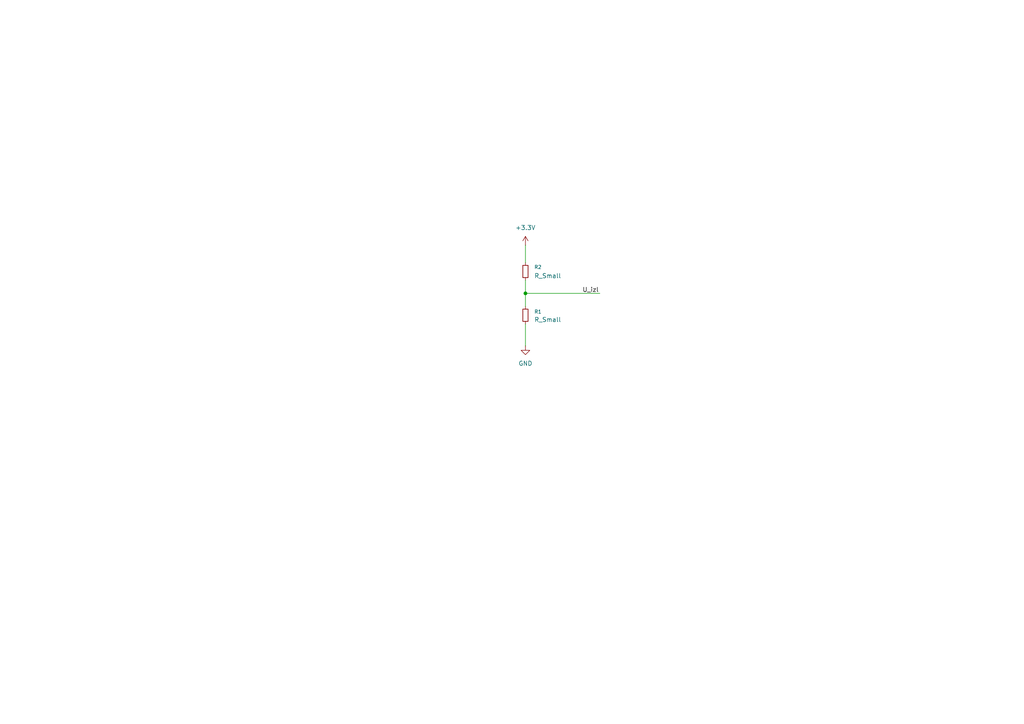
<source format=kicad_sch>
(kicad_sch (version 20250114) (generator "eeschema") (generator_version "9.0")
  (paper "A4")
  (title_block (title "BCD brojač") (date "2025-10-21") (rev "0") (company "TVZ") (comment 1 "Izradio: Teo Senčar"))
  (lib_symbols
    (symbol "Device:R_Small" (pin_numbers (hide yes)) (pin_names (offset 0.254) (hide yes))
      (property "Reference" "R" (at 0 0 90))
      (property "Value" "R_Small" (at 1.778 0 90))
      (symbol "R_Small_0_1"
        (rectangle (start -0.762 1.778) (end 0.762 -1.778) (stroke (width 0.2032)))
      )
      (symbol "R_Small_1_1"
        (pin passive line (at 0 2.54 270) (length 0.762) (name "~") (number "1"))
        (pin passive line (at 0 -2.54 90) (length 0.762) (name "~") (number "2"))
      )
    )
    (symbol "power:+3.3V" (power) (pin_numbers (hide yes)) (pin_names (offset 0) (hide yes))
      (property "Value" "+3.3V" (at 0 3.556 0))
      (symbol "+3.3V_0_1"
        (polyline (pts (xy -0.762 1.27) (xy 0 2.54)))
        (polyline (pts (xy 0 2.54) (xy 0.762 1.27)))
        (polyline (pts (xy 0 0) (xy 0 2.54)))
      )
      (symbol "+3.3V_1_1"
        (pin power_in line (at 0 0 90) (length 0) (name "~") (number "1"))
      )
    )
    (symbol "power:GND" (power) (pin_numbers (hide yes)) (pin_names (offset 0) (hide yes))
      (property "Value" "GND" (at 0 -3.81 0))
      (symbol "GND_0_1"
        (polyline (pts (xy 0 0) (xy 0 -1.27) (xy 1.27 -1.27) (xy 0 -2.54) (xy -1.27 -1.27) (xy 0 -1.27)))
      )
      (symbol "GND_1_1"
        (pin power_in line (at 0 0 270) (length 0) (name "~") (number "1"))
      )
    )
  )
  (junction (at 152.4 85.09))
  (wire (pts (xy 152.4 85.09) (xy 173.99 85.09)))
  (wire (pts (xy 152.4 85.09) (xy 152.4 88.9)))
  (wire (pts (xy 152.4 71.12) (xy 152.4 76.2)))
  (wire (pts (xy 152.4 93.98) (xy 152.4 100.33)))
  (wire (pts (xy 152.4 81.28) (xy 152.4 85.09)))
  (label "U_izl" (at 168.91 85.09 0))
  (symbol (lib_id "Device:R_Small") (at 152.4 78.74 0) (unit 1)
    (property "Reference" "R2" (at 154.94 77.4699 0) (effects (font (size 1.016 1.016)) (justify left)))
    (property "Value" "R_Small" (at 154.94 80.0099 0) (effects (justify left)))
    (property "Description" "Resistor, small symbol" (effects (hide yes)))
  )
  (symbol (lib_id "power:+3.3V") (at 152.4 71.12 0) (unit 1)
    (property "Reference" "#PWR01" (effects (hide yes)))
    (property "Value" "+3.3V" (at 152.4 66.04 0))
    (property "Description" "Power symbol creates a global label with name \"+3.3V\"" (effects (hide yes)))
  )
  (symbol (lib_id "power:GND") (at 152.4 100.33 0) (unit 1)
    (property "Reference" "#PWR02" (effects (hide yes)))
    (property "Value" "GND" (at 152.4 105.41 0))
    (property "Description" "Power symbol creates a global label with name \"GND\" , ground" (effects (hide yes)))
  )
  (symbol (lib_id "Device:R_Small") (at 152.4 91.44 0) (unit 1)
    (property "Reference" "R1" (at 154.94 90.424 0) (effects (font (size 1.016 1.016)) (justify left)))
    (property "Value" "R_Small" (at 154.94 92.7099 0) (effects (justify left)))
    (property "Description" "Resistor, small symbol" (effects (hide yes)))
  )
)
</source>
